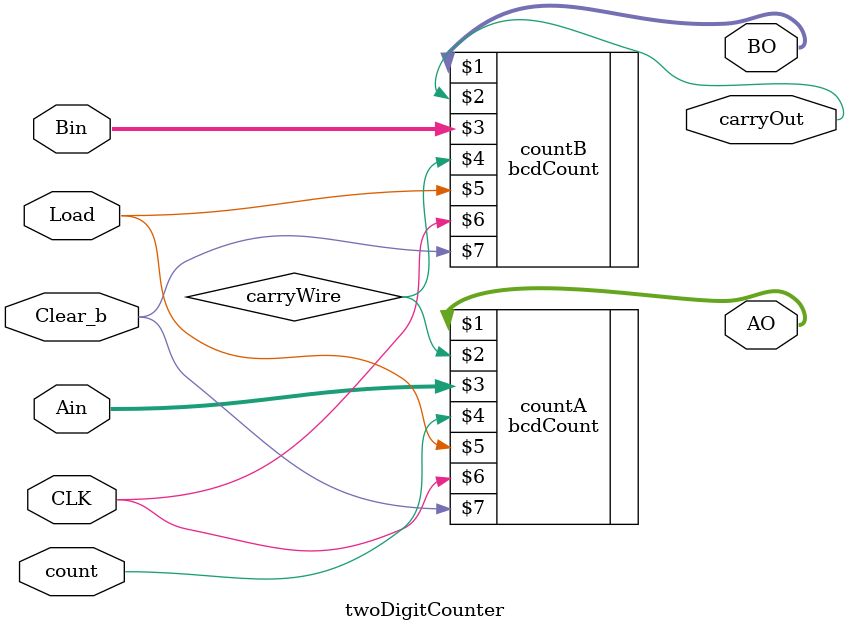
<source format=v>
module twoDigitCounter (output [3:0] AO, 
                        output [3:0] BO, 
                        output carryOut, 
                        input [3:0] Ain, 
                        input [3:0] Bin, 
                        input count,
                        input Load, 
                        input CLK, 
                        input Clear_b);

wire carryWire;

    bcdCount countA (AO,
                    carryWire,
                    Ain,
                    count,
                    Load,
                    CLK,
                    Clear_b);

    bcdCount countB (BO,
                    carryOut,
                    Bin,
                    carryWire,
                    Load,
                    CLK,
                    Clear_b);
endmodule
</source>
